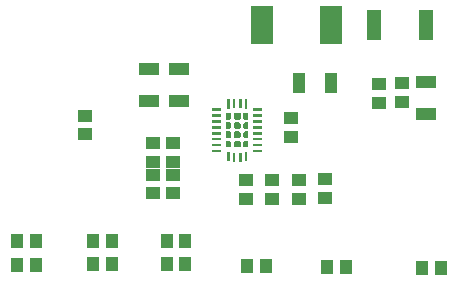
<source format=gtp>
G04 Layer_Color=8421504*
%FSLAX44Y44*%
%MOMM*%
G71*
G01*
G75*
%ADD10R,1.3000X1.0000*%
%ADD11R,1.0000X1.3000*%
%ADD12R,1.1000X1.7000*%
%ADD13R,1.2000X2.6000*%
%ADD14R,1.7000X1.1000*%
%ADD18R,1.9500X3.2000*%
G36*
X432520Y1008620D02*
X424520D01*
Y1010920D01*
X432520D01*
Y1008620D01*
D02*
G37*
G36*
X467020D02*
X459020D01*
Y1010920D01*
X467020D01*
Y1008620D01*
D02*
G37*
G36*
X432520Y1003620D02*
X424520D01*
Y1005920D01*
X432520D01*
Y1003620D01*
D02*
G37*
G36*
X467020D02*
X459020D01*
Y1005920D01*
X467020D01*
Y1003620D01*
D02*
G37*
G36*
X440833Y1014856D02*
Y1011810D01*
X439419Y1010396D01*
X436269D01*
Y1016270D01*
X439419D01*
X440833Y1014856D01*
D02*
G37*
G36*
X432520Y1013620D02*
X424520D01*
Y1015920D01*
X432520D01*
Y1013620D01*
D02*
G37*
G36*
X467020D02*
X459020D01*
Y1015920D01*
X467020D01*
Y1013620D01*
D02*
G37*
G36*
X448707Y1014856D02*
Y1011810D01*
X447293Y1010396D01*
X444247D01*
X442833Y1011810D01*
Y1014856D01*
X444247Y1016270D01*
X447293D01*
X448707Y1014856D01*
D02*
G37*
G36*
X455271Y1010396D02*
X452121D01*
X450707Y1011810D01*
Y1014856D01*
X452121Y1016270D01*
X455271D01*
Y1010396D01*
D02*
G37*
G36*
X439420Y991020D02*
X437120D01*
Y999020D01*
X439420D01*
Y991020D01*
D02*
G37*
G36*
X454420D02*
X452120D01*
Y999020D01*
X454420D01*
Y991020D01*
D02*
G37*
G36*
X444170Y990770D02*
X442020D01*
Y998020D01*
X444170D01*
Y990770D01*
D02*
G37*
G36*
X449520D02*
X447370D01*
Y998020D01*
X449520D01*
Y990770D01*
D02*
G37*
G36*
X432520Y998620D02*
X424520D01*
Y1000920D01*
X432520D01*
Y998620D01*
D02*
G37*
G36*
X448707Y1006982D02*
Y1002769D01*
X442833D01*
Y1006982D01*
X444247Y1008396D01*
X447293D01*
X448707Y1006982D01*
D02*
G37*
G36*
X455271Y1002769D02*
X450707D01*
Y1006982D01*
X452121Y1008396D01*
X455271D01*
Y1002769D01*
D02*
G37*
G36*
X467020Y998620D02*
X459020D01*
Y1000920D01*
X467020D01*
Y998620D01*
D02*
G37*
G36*
X440833Y1006982D02*
Y1002769D01*
X436269D01*
Y1008396D01*
X439419D01*
X440833Y1006982D01*
D02*
G37*
G36*
X467020Y1028620D02*
X459020D01*
Y1030920D01*
X467020D01*
Y1028620D01*
D02*
G37*
G36*
X432520Y1033620D02*
X424520D01*
Y1035920D01*
X432520D01*
Y1033620D01*
D02*
G37*
G36*
X455271Y1026144D02*
X452121D01*
X450707Y1027558D01*
Y1031771D01*
X455271D01*
Y1026144D01*
D02*
G37*
G36*
X432520Y1028620D02*
X424520D01*
Y1030920D01*
X432520D01*
Y1028620D01*
D02*
G37*
G36*
X467020Y1033620D02*
X459020D01*
Y1035920D01*
X467020D01*
Y1033620D01*
D02*
G37*
G36*
X444170Y1036520D02*
X442020D01*
Y1043770D01*
X444170D01*
Y1036520D01*
D02*
G37*
G36*
X449520D02*
X447370D01*
Y1043770D01*
X449520D01*
Y1036520D01*
D02*
G37*
G36*
X439420Y1035520D02*
X437120D01*
Y1043520D01*
X439420D01*
Y1035520D01*
D02*
G37*
G36*
X454420D02*
X452120D01*
Y1043520D01*
X454420D01*
Y1035520D01*
D02*
G37*
G36*
X455271Y1018270D02*
X452121D01*
X450707Y1019684D01*
Y1022730D01*
X452121Y1024144D01*
X455271D01*
Y1018270D01*
D02*
G37*
G36*
X432520Y1018620D02*
X424520D01*
Y1020920D01*
X432520D01*
Y1018620D01*
D02*
G37*
G36*
X440833Y1022730D02*
Y1019684D01*
X439419Y1018270D01*
X436269D01*
Y1024144D01*
X439419D01*
X440833Y1022730D01*
D02*
G37*
G36*
X448707D02*
Y1019684D01*
X447293Y1018270D01*
X444247D01*
X442833Y1019684D01*
Y1022730D01*
X444247Y1024144D01*
X447293D01*
X448707Y1022730D01*
D02*
G37*
G36*
X467020Y1018620D02*
X459020D01*
Y1020920D01*
X467020D01*
Y1018620D01*
D02*
G37*
G36*
X440833Y1027558D02*
X439419Y1026144D01*
X436269D01*
Y1031771D01*
X440833D01*
Y1027558D01*
D02*
G37*
G36*
X448707D02*
X447293Y1026144D01*
X444247D01*
X442833Y1027558D01*
Y1031771D01*
X448707D01*
Y1027558D01*
D02*
G37*
G36*
X432520Y1023620D02*
X424520D01*
Y1025920D01*
X432520D01*
Y1023620D01*
D02*
G37*
G36*
X467020D02*
X459020D01*
Y1025920D01*
X467020D01*
Y1023620D01*
D02*
G37*
G54D10*
X391500Y990750D02*
D03*
Y1006750D02*
D03*
X497750Y975250D02*
D03*
Y959250D02*
D03*
X475000Y959250D02*
D03*
Y975250D02*
D03*
X391500Y963750D02*
D03*
Y979750D02*
D03*
X374500Y963750D02*
D03*
Y979750D02*
D03*
X317000Y1013750D02*
D03*
Y1029750D02*
D03*
X491107Y1027770D02*
D03*
Y1011770D02*
D03*
X453250Y959250D02*
D03*
Y975250D02*
D03*
X374500Y990750D02*
D03*
Y1006750D02*
D03*
X585750Y1041500D02*
D03*
Y1057500D02*
D03*
X565500Y1040750D02*
D03*
Y1056750D02*
D03*
X520250Y960250D02*
D03*
Y976250D02*
D03*
G54D11*
X538250Y901750D02*
D03*
X522250D02*
D03*
X454000Y902250D02*
D03*
X470000D02*
D03*
X602500Y901000D02*
D03*
X618500D02*
D03*
X323500Y923750D02*
D03*
X339500D02*
D03*
X259250D02*
D03*
X275250D02*
D03*
X386000D02*
D03*
X402000D02*
D03*
X339500Y904000D02*
D03*
X323500D02*
D03*
X275250Y903500D02*
D03*
X259250D02*
D03*
X402000Y904250D02*
D03*
X386000D02*
D03*
G54D12*
X498000Y1057250D02*
D03*
X525000D02*
D03*
G54D13*
X562000Y1106500D02*
D03*
X606000D02*
D03*
G54D14*
X396240Y1041870D02*
D03*
Y1068870D02*
D03*
X370840Y1041870D02*
D03*
Y1068870D02*
D03*
X606000Y1031250D02*
D03*
Y1058250D02*
D03*
G54D18*
X525000Y1106250D02*
D03*
X466500D02*
D03*
M02*

</source>
